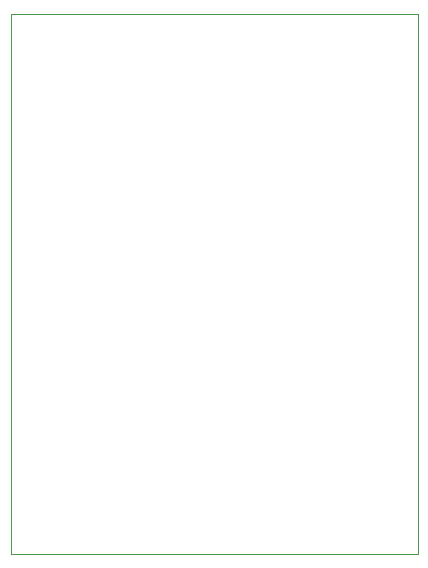
<source format=gm1>
G04 #@! TF.GenerationSoftware,KiCad,Pcbnew,(5.1.5-0-10_14)*
G04 #@! TF.CreationDate,2020-03-08T22:31:04+01:00*
G04 #@! TF.ProjectId,pro_micro_shield,70726f5f-6d69-4637-926f-5f736869656c,rev?*
G04 #@! TF.SameCoordinates,Original*
G04 #@! TF.FileFunction,Profile,NP*
%FSLAX46Y46*%
G04 Gerber Fmt 4.6, Leading zero omitted, Abs format (unit mm)*
G04 Created by KiCad (PCBNEW (5.1.5-0-10_14)) date 2020-03-08 22:31:04*
%MOMM*%
%LPD*%
G04 APERTURE LIST*
%ADD10C,0.050000*%
G04 APERTURE END LIST*
D10*
X157250000Y-99750000D02*
X157250000Y-116500000D01*
X164500000Y-70750000D02*
X164250000Y-70750000D01*
X157250000Y-70750000D02*
X164500000Y-70750000D01*
X157250000Y-74250000D02*
X157250000Y-70750000D01*
X157250000Y-81750000D02*
X157250000Y-74250000D01*
X157250000Y-88750000D02*
X157250000Y-81750000D01*
X157250000Y-99750000D02*
X157250000Y-88750000D01*
X191750000Y-70750000D02*
X191750000Y-73250000D01*
X185750000Y-70750000D02*
X191750000Y-70750000D01*
X173750000Y-70750000D02*
X185750000Y-70750000D01*
X164250000Y-70750000D02*
X173750000Y-70750000D01*
X158000000Y-116500000D02*
X157250000Y-116500000D01*
X159000000Y-116500000D02*
X158000000Y-116500000D01*
X191750000Y-116500000D02*
X159000000Y-116500000D01*
X191750000Y-115500000D02*
X191750000Y-116500000D01*
X191750000Y-73250000D02*
X191750000Y-115500000D01*
M02*

</source>
